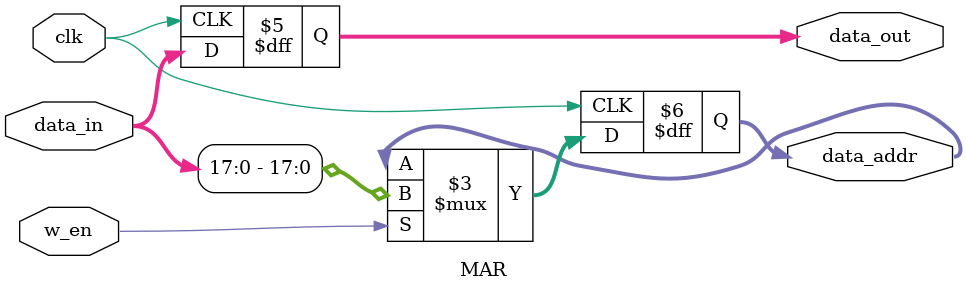
<source format=v>
`timescale 1ns / 1ps


module MAR(
    input clk,
    input w_en,
    output reg [27:0] data_out,
    input [27:0] data_in,
    output reg [17:0] data_addr
    );
     always @(posedge clk)
        begin
            if (w_en==1)
                data_addr<=data_in[17:0];
                data_out<=data_in;
        end
    
endmodule

</source>
